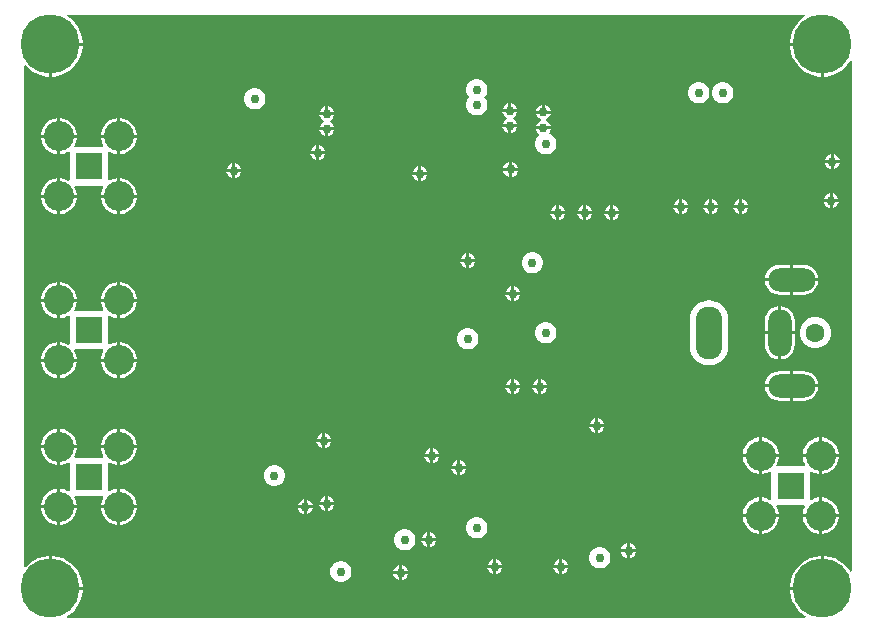
<source format=gbl>
G04*
G04 #@! TF.GenerationSoftware,Altium Limited,Altium Designer,21.9.2 (33)*
G04*
G04 Layer_Physical_Order=4*
G04 Layer_Color=16711680*
%FSLAX25Y25*%
%MOIN*%
G70*
G04*
G04 #@! TF.SameCoordinates,5B497BFC-61BE-4FA5-8299-24AFF7FDC4DC*
G04*
G04*
G04 #@! TF.FilePolarity,Positive*
G04*
G01*
G75*
%ADD55R,0.08858X0.08858*%
%ADD56C,0.10039*%
%ADD57C,0.19685*%
%ADD58O,0.08858X0.17717*%
%ADD59O,0.07874X0.15748*%
%ADD60O,0.15748X0.07874*%
%ADD61C,0.06299*%
%ADD62C,0.03000*%
G36*
X263607Y202514D02*
X263506Y202462D01*
X262126Y201459D01*
X260919Y200252D01*
X259916Y198872D01*
X259141Y197351D01*
X258613Y195728D01*
X258347Y194042D01*
Y193689D01*
X269189D01*
Y193189D01*
X269689D01*
Y182346D01*
X270042D01*
X271728Y182613D01*
X273351Y183141D01*
X274872Y183916D01*
X276252Y184919D01*
X277459Y186126D01*
X278462Y187506D01*
X278514Y187607D01*
X279000Y187491D01*
Y17509D01*
X278514Y17393D01*
X278462Y17494D01*
X277459Y18874D01*
X276252Y20081D01*
X274872Y21084D01*
X273351Y21859D01*
X271728Y22387D01*
X270042Y22654D01*
X269689D01*
Y11811D01*
X269189D01*
Y11311D01*
X258347D01*
Y10958D01*
X258613Y9272D01*
X259141Y7649D01*
X259916Y6128D01*
X260919Y4748D01*
X262126Y3541D01*
X263506Y2538D01*
X263607Y2486D01*
X263491Y2000D01*
X17509D01*
X17393Y2486D01*
X17494Y2538D01*
X18874Y3541D01*
X20081Y4748D01*
X21084Y6128D01*
X21859Y7649D01*
X22387Y9272D01*
X22654Y10958D01*
Y11311D01*
X11811D01*
Y11811D01*
X11311D01*
Y22654D01*
X10958D01*
X9272Y22387D01*
X7649Y21859D01*
X6128Y21084D01*
X4748Y20081D01*
X3541Y18874D01*
X3475Y18785D01*
X3000Y18939D01*
Y186061D01*
X3475Y186215D01*
X3541Y186126D01*
X4748Y184919D01*
X6128Y183916D01*
X7649Y183141D01*
X9272Y182613D01*
X10958Y182346D01*
X11311D01*
Y193189D01*
X11811D01*
Y193689D01*
X22654D01*
Y194042D01*
X22387Y195728D01*
X21859Y197351D01*
X21084Y198872D01*
X20081Y200252D01*
X18874Y201459D01*
X17494Y202462D01*
X17393Y202514D01*
X17509Y203000D01*
X263491D01*
X263607Y202514D01*
D02*
G37*
%LPC*%
G36*
X268689Y192689D02*
X258347D01*
Y192336D01*
X258613Y190650D01*
X259141Y189027D01*
X259916Y187506D01*
X260919Y186126D01*
X262126Y184919D01*
X263506Y183916D01*
X265027Y183141D01*
X266650Y182613D01*
X268336Y182346D01*
X268689D01*
Y192689D01*
D02*
G37*
G36*
X22654D02*
X12311D01*
Y182346D01*
X12664D01*
X14350Y182613D01*
X15973Y183141D01*
X17494Y183916D01*
X18874Y184919D01*
X20081Y186126D01*
X21084Y187506D01*
X21859Y189027D01*
X22387Y190650D01*
X22654Y192336D01*
Y192689D01*
D02*
G37*
G36*
X236461Y180500D02*
X235539D01*
X234649Y180262D01*
X233851Y179801D01*
X233199Y179149D01*
X232738Y178351D01*
X232500Y177461D01*
Y176539D01*
X232738Y175649D01*
X233199Y174851D01*
X233851Y174199D01*
X234649Y173739D01*
X235539Y173500D01*
X236461D01*
X237351Y173739D01*
X238149Y174199D01*
X238801Y174851D01*
X239262Y175649D01*
X239500Y176539D01*
Y177461D01*
X239262Y178351D01*
X238801Y179149D01*
X238149Y179801D01*
X237351Y180262D01*
X236461Y180500D01*
D02*
G37*
G36*
X228461D02*
X227539D01*
X226649Y180262D01*
X225851Y179801D01*
X225199Y179149D01*
X224739Y178351D01*
X224500Y177461D01*
Y176539D01*
X224739Y175649D01*
X225199Y174851D01*
X225851Y174199D01*
X226649Y173739D01*
X227539Y173500D01*
X228461D01*
X229351Y173739D01*
X230149Y174199D01*
X230801Y174851D01*
X231261Y175649D01*
X231500Y176539D01*
Y177461D01*
X231261Y178351D01*
X230801Y179149D01*
X230149Y179801D01*
X229351Y180262D01*
X228461Y180500D01*
D02*
G37*
G36*
X165500Y173499D02*
Y171500D01*
X167499D01*
X167119Y172416D01*
X166416Y173119D01*
X165500Y173499D01*
D02*
G37*
G36*
X164500D02*
X163584Y173119D01*
X162881Y172416D01*
X162501Y171500D01*
X164500D01*
Y173499D01*
D02*
G37*
G36*
X80461Y178500D02*
X79539D01*
X78649Y178261D01*
X77851Y177801D01*
X77199Y177149D01*
X76739Y176351D01*
X76500Y175461D01*
Y174539D01*
X76739Y173649D01*
X77199Y172851D01*
X77851Y172199D01*
X78649Y171739D01*
X79539Y171500D01*
X80461D01*
X81351Y171739D01*
X82149Y172199D01*
X82801Y172851D01*
X83262Y173649D01*
X83500Y174539D01*
Y175461D01*
X83262Y176351D01*
X82801Y177149D01*
X82149Y177801D01*
X81351Y178261D01*
X80461Y178500D01*
D02*
G37*
G36*
X176609Y173088D02*
Y171089D01*
X178608D01*
X178229Y172005D01*
X177525Y172708D01*
X176609Y173088D01*
D02*
G37*
G36*
X175609D02*
X174693Y172708D01*
X173990Y172005D01*
X173610Y171089D01*
X175609D01*
Y173088D01*
D02*
G37*
G36*
X104500Y172499D02*
Y170500D01*
X106499D01*
X106119Y171416D01*
X105416Y172119D01*
X104500Y172499D01*
D02*
G37*
G36*
X103500D02*
X102584Y172119D01*
X101881Y171416D01*
X101501Y170500D01*
X103500D01*
Y172499D01*
D02*
G37*
G36*
X154461Y181500D02*
X153539D01*
X152649Y181262D01*
X151851Y180801D01*
X151199Y180149D01*
X150739Y179351D01*
X150500Y178461D01*
Y177539D01*
X150739Y176649D01*
X151199Y175851D01*
X151550Y175500D01*
X151199Y175149D01*
X150739Y174351D01*
X150500Y173461D01*
Y172539D01*
X150739Y171649D01*
X151199Y170851D01*
X151851Y170199D01*
X152649Y169738D01*
X153539Y169500D01*
X154461D01*
X155351Y169738D01*
X156149Y170199D01*
X156801Y170851D01*
X157262Y171649D01*
X157500Y172539D01*
Y173461D01*
X157262Y174351D01*
X156801Y175149D01*
X156450Y175500D01*
X156801Y175851D01*
X157262Y176649D01*
X157500Y177539D01*
Y178461D01*
X157262Y179351D01*
X156801Y180149D01*
X156149Y180801D01*
X155351Y181262D01*
X154461Y181500D01*
D02*
G37*
G36*
X167499Y170500D02*
X162501D01*
X162881Y169584D01*
X163584Y168881D01*
X163899Y168750D01*
Y168250D01*
X163584Y168119D01*
X162881Y167416D01*
X162501Y166500D01*
X167499D01*
X167119Y167416D01*
X166416Y168119D01*
X166101Y168250D01*
Y168750D01*
X166416Y168881D01*
X167119Y169584D01*
X167499Y170500D01*
D02*
G37*
G36*
X178608Y170089D02*
X173610D01*
X173990Y169173D01*
X174693Y168469D01*
X175332Y168205D01*
Y167664D01*
X174714Y167407D01*
X174010Y166704D01*
X173631Y165788D01*
X178629D01*
X178249Y166704D01*
X177546Y167407D01*
X176907Y167672D01*
Y168213D01*
X177525Y168469D01*
X178229Y169173D01*
X178608Y170089D01*
D02*
G37*
G36*
X106499Y169500D02*
X101501D01*
X101881Y168584D01*
X102584Y167881D01*
X102899Y167750D01*
Y167250D01*
X102584Y167119D01*
X101881Y166416D01*
X101501Y165500D01*
X106499D01*
X106119Y166416D01*
X105416Y167119D01*
X105101Y167250D01*
Y167750D01*
X105416Y167881D01*
X106119Y168584D01*
X106499Y169500D01*
D02*
G37*
G36*
X167499Y165500D02*
X165500D01*
Y163501D01*
X166416Y163881D01*
X167119Y164584D01*
X167499Y165500D01*
D02*
G37*
G36*
X164500D02*
X162501D01*
X162881Y164584D01*
X163584Y163881D01*
X164500Y163501D01*
Y165500D01*
D02*
G37*
G36*
X35271Y168545D02*
X35179D01*
Y163025D01*
X40698D01*
Y163118D01*
X40467Y164281D01*
X40013Y165376D01*
X39354Y166362D01*
X38516Y167201D01*
X37530Y167860D01*
X36435Y168313D01*
X35271Y168545D01*
D02*
G37*
G36*
X34179D02*
X34086D01*
X32923Y168313D01*
X31827Y167860D01*
X30841Y167201D01*
X30003Y166362D01*
X29344Y165376D01*
X28890Y164281D01*
X28659Y163118D01*
Y163025D01*
X34179D01*
Y168545D01*
D02*
G37*
G36*
X15271D02*
X15179D01*
Y163025D01*
X20698D01*
Y163118D01*
X20467Y164281D01*
X20013Y165376D01*
X19354Y166362D01*
X18516Y167201D01*
X17530Y167860D01*
X16434Y168313D01*
X15271Y168545D01*
D02*
G37*
G36*
X14179D02*
X14086D01*
X12923Y168313D01*
X11827Y167860D01*
X10841Y167201D01*
X10003Y166362D01*
X9344Y165376D01*
X8890Y164281D01*
X8659Y163118D01*
Y163025D01*
X14179D01*
Y168545D01*
D02*
G37*
G36*
X106499Y164500D02*
X104500D01*
Y162501D01*
X105416Y162881D01*
X106119Y163584D01*
X106499Y164500D01*
D02*
G37*
G36*
X103500D02*
X101501D01*
X101881Y163584D01*
X102584Y162881D01*
X103500Y162501D01*
Y164500D01*
D02*
G37*
G36*
X34179Y162025D02*
X28659D01*
Y161932D01*
X28890Y160769D01*
X29344Y159674D01*
X29530Y159395D01*
X29294Y158954D01*
X20063D01*
X19827Y159395D01*
X20013Y159674D01*
X20467Y160769D01*
X20698Y161932D01*
Y162025D01*
X15179D01*
Y156505D01*
X15271D01*
X16434Y156737D01*
X17530Y157191D01*
X17808Y157377D01*
X18249Y157141D01*
Y147909D01*
X17808Y147674D01*
X17530Y147860D01*
X16434Y148313D01*
X15271Y148545D01*
X15179D01*
Y143025D01*
X20698D01*
Y143118D01*
X20467Y144281D01*
X20013Y145377D01*
X19827Y145655D01*
X20063Y146096D01*
X29294D01*
X29530Y145655D01*
X29344Y145377D01*
X28890Y144281D01*
X28659Y143118D01*
Y143025D01*
X34179D01*
Y148545D01*
X34086D01*
X32923Y148313D01*
X31827Y147860D01*
X31549Y147674D01*
X31108Y147909D01*
Y157141D01*
X31549Y157377D01*
X31827Y157191D01*
X32923Y156737D01*
X34086Y156505D01*
X34179D01*
Y162025D01*
D02*
G37*
G36*
X101500Y159499D02*
Y157500D01*
X103499D01*
X103119Y158416D01*
X102416Y159119D01*
X101500Y159499D01*
D02*
G37*
G36*
X100500D02*
X99584Y159119D01*
X98881Y158416D01*
X98501Y157500D01*
X100500D01*
Y159499D01*
D02*
G37*
G36*
X40698Y162025D02*
X35179D01*
Y156505D01*
X35271D01*
X36435Y156737D01*
X37530Y157191D01*
X38516Y157849D01*
X39354Y158688D01*
X40013Y159674D01*
X40467Y160769D01*
X40698Y161932D01*
Y162025D01*
D02*
G37*
G36*
X14179D02*
X8659D01*
Y161932D01*
X8890Y160769D01*
X9344Y159674D01*
X10003Y158688D01*
X10841Y157849D01*
X11827Y157191D01*
X12923Y156737D01*
X14086Y156505D01*
X14179D01*
Y162025D01*
D02*
G37*
G36*
X178629Y164788D02*
X173631D01*
X174010Y163872D01*
X174631Y163251D01*
X174710Y163090D01*
X174688Y162638D01*
X174199Y162149D01*
X173739Y161351D01*
X173500Y160461D01*
Y159539D01*
X173739Y158649D01*
X174199Y157851D01*
X174851Y157199D01*
X175649Y156738D01*
X176539Y156500D01*
X177461D01*
X178351Y156738D01*
X179149Y157199D01*
X179801Y157851D01*
X180262Y158649D01*
X180500Y159539D01*
Y160461D01*
X180262Y161351D01*
X179801Y162149D01*
X179149Y162801D01*
X178351Y163261D01*
X178272Y163283D01*
X178143Y163766D01*
X178249Y163872D01*
X178629Y164788D01*
D02*
G37*
G36*
X103499Y156500D02*
X101500D01*
Y154501D01*
X102416Y154881D01*
X103119Y155584D01*
X103499Y156500D01*
D02*
G37*
G36*
X100500D02*
X98501D01*
X98881Y155584D01*
X99584Y154881D01*
X100500Y154501D01*
Y156500D01*
D02*
G37*
G36*
X272939Y156499D02*
Y154500D01*
X274938D01*
X274558Y155416D01*
X273855Y156119D01*
X272939Y156499D01*
D02*
G37*
G36*
X271939D02*
X271023Y156119D01*
X270320Y155416D01*
X269940Y154500D01*
X271939D01*
Y156499D01*
D02*
G37*
G36*
X165807Y153999D02*
Y152000D01*
X167806D01*
X167427Y152916D01*
X166723Y153619D01*
X165807Y153999D01*
D02*
G37*
G36*
X164807D02*
X163891Y153619D01*
X163188Y152916D01*
X162808Y152000D01*
X164807D01*
Y153999D01*
D02*
G37*
G36*
X274938Y153500D02*
X272939D01*
Y151501D01*
X273855Y151881D01*
X274558Y152584D01*
X274938Y153500D01*
D02*
G37*
G36*
X271939D02*
X269940D01*
X270320Y152584D01*
X271023Y151881D01*
X271939Y151501D01*
Y153500D01*
D02*
G37*
G36*
X73500Y153499D02*
Y151500D01*
X75499D01*
X75119Y152416D01*
X74416Y153119D01*
X73500Y153499D01*
D02*
G37*
G36*
X72500D02*
X71584Y153119D01*
X70881Y152416D01*
X70501Y151500D01*
X72500D01*
Y153499D01*
D02*
G37*
G36*
X135500Y152499D02*
Y150500D01*
X137499D01*
X137119Y151416D01*
X136416Y152119D01*
X135500Y152499D01*
D02*
G37*
G36*
X134500D02*
X133584Y152119D01*
X132881Y151416D01*
X132501Y150500D01*
X134500D01*
Y152499D01*
D02*
G37*
G36*
X167806Y151000D02*
X165807D01*
Y149001D01*
X166723Y149381D01*
X167427Y150084D01*
X167806Y151000D01*
D02*
G37*
G36*
X164807D02*
X162808D01*
X163188Y150084D01*
X163891Y149381D01*
X164807Y149001D01*
Y151000D01*
D02*
G37*
G36*
X75499Y150500D02*
X73500D01*
Y148501D01*
X74416Y148881D01*
X75119Y149584D01*
X75499Y150500D01*
D02*
G37*
G36*
X72500D02*
X70501D01*
X70881Y149584D01*
X71584Y148881D01*
X72500Y148501D01*
Y150500D01*
D02*
G37*
G36*
X137499Y149500D02*
X135500D01*
Y147501D01*
X136416Y147881D01*
X137119Y148584D01*
X137499Y149500D01*
D02*
G37*
G36*
X134500D02*
X132501D01*
X132881Y148584D01*
X133584Y147881D01*
X134500Y147501D01*
Y149500D01*
D02*
G37*
G36*
X35271Y148545D02*
X35179D01*
Y143025D01*
X40698D01*
Y143118D01*
X40467Y144281D01*
X40013Y145377D01*
X39354Y146362D01*
X38516Y147201D01*
X37530Y147860D01*
X36435Y148313D01*
X35271Y148545D01*
D02*
G37*
G36*
X14179D02*
X14086D01*
X12923Y148313D01*
X11827Y147860D01*
X10841Y147201D01*
X10003Y146362D01*
X9344Y145377D01*
X8890Y144281D01*
X8659Y143118D01*
Y143025D01*
X14179D01*
Y148545D01*
D02*
G37*
G36*
X272575Y143499D02*
Y141500D01*
X274574D01*
X274194Y142416D01*
X273491Y143119D01*
X272575Y143499D01*
D02*
G37*
G36*
X271575D02*
X270659Y143119D01*
X269955Y142416D01*
X269576Y141500D01*
X271575D01*
Y143499D01*
D02*
G37*
G36*
X242500Y141499D02*
Y139500D01*
X244499D01*
X244119Y140416D01*
X243416Y141119D01*
X242500Y141499D01*
D02*
G37*
G36*
X241500D02*
X240584Y141119D01*
X239881Y140416D01*
X239501Y139500D01*
X241500D01*
Y141499D01*
D02*
G37*
G36*
X232500D02*
Y139500D01*
X234499D01*
X234119Y140416D01*
X233416Y141119D01*
X232500Y141499D01*
D02*
G37*
G36*
X231500D02*
X230584Y141119D01*
X229881Y140416D01*
X229501Y139500D01*
X231500D01*
Y141499D01*
D02*
G37*
G36*
X222500D02*
Y139500D01*
X224499D01*
X224119Y140416D01*
X223416Y141119D01*
X222500Y141499D01*
D02*
G37*
G36*
X221500D02*
X220584Y141119D01*
X219881Y140416D01*
X219501Y139500D01*
X221500D01*
Y141499D01*
D02*
G37*
G36*
X274574Y140500D02*
X272575D01*
Y138501D01*
X273491Y138881D01*
X274194Y139584D01*
X274574Y140500D01*
D02*
G37*
G36*
X271575D02*
X269576D01*
X269955Y139584D01*
X270659Y138881D01*
X271575Y138501D01*
Y140500D01*
D02*
G37*
G36*
X199500Y139499D02*
Y137500D01*
X201499D01*
X201119Y138416D01*
X200416Y139119D01*
X199500Y139499D01*
D02*
G37*
G36*
X198500D02*
X197584Y139119D01*
X196881Y138416D01*
X196501Y137500D01*
X198500D01*
Y139499D01*
D02*
G37*
G36*
X190500D02*
Y137500D01*
X192499D01*
X192119Y138416D01*
X191416Y139119D01*
X190500Y139499D01*
D02*
G37*
G36*
X189500D02*
X188584Y139119D01*
X187881Y138416D01*
X187501Y137500D01*
X189500D01*
Y139499D01*
D02*
G37*
G36*
X181500D02*
Y137500D01*
X183499D01*
X183119Y138416D01*
X182416Y139119D01*
X181500Y139499D01*
D02*
G37*
G36*
X180500D02*
X179584Y139119D01*
X178881Y138416D01*
X178501Y137500D01*
X180500D01*
Y139499D01*
D02*
G37*
G36*
X40698Y142025D02*
X35179D01*
Y136505D01*
X35271D01*
X36435Y136737D01*
X37530Y137190D01*
X38516Y137849D01*
X39354Y138688D01*
X40013Y139674D01*
X40467Y140769D01*
X40698Y141932D01*
Y142025D01*
D02*
G37*
G36*
X34179D02*
X28659D01*
Y141932D01*
X28890Y140769D01*
X29344Y139674D01*
X30003Y138688D01*
X30841Y137849D01*
X31827Y137190D01*
X32923Y136737D01*
X34086Y136505D01*
X34179D01*
Y142025D01*
D02*
G37*
G36*
X20698D02*
X15179D01*
Y136505D01*
X15271D01*
X16434Y136737D01*
X17530Y137190D01*
X18516Y137849D01*
X19354Y138688D01*
X20013Y139674D01*
X20467Y140769D01*
X20698Y141932D01*
Y142025D01*
D02*
G37*
G36*
X14179D02*
X8659D01*
Y141932D01*
X8890Y140769D01*
X9344Y139674D01*
X10003Y138688D01*
X10841Y137849D01*
X11827Y137190D01*
X12923Y136737D01*
X14086Y136505D01*
X14179D01*
Y142025D01*
D02*
G37*
G36*
X244499Y138500D02*
X242500D01*
Y136501D01*
X243416Y136881D01*
X244119Y137584D01*
X244499Y138500D01*
D02*
G37*
G36*
X241500D02*
X239501D01*
X239881Y137584D01*
X240584Y136881D01*
X241500Y136501D01*
Y138500D01*
D02*
G37*
G36*
X234499D02*
X232500D01*
Y136501D01*
X233416Y136881D01*
X234119Y137584D01*
X234499Y138500D01*
D02*
G37*
G36*
X231500D02*
X229501D01*
X229881Y137584D01*
X230584Y136881D01*
X231500Y136501D01*
Y138500D01*
D02*
G37*
G36*
X224499D02*
X222500D01*
Y136501D01*
X223416Y136881D01*
X224119Y137584D01*
X224499Y138500D01*
D02*
G37*
G36*
X221500D02*
X219501D01*
X219881Y137584D01*
X220584Y136881D01*
X221500Y136501D01*
Y138500D01*
D02*
G37*
G36*
X201499Y136500D02*
X199500D01*
Y134501D01*
X200416Y134881D01*
X201119Y135584D01*
X201499Y136500D01*
D02*
G37*
G36*
X198500D02*
X196501D01*
X196881Y135584D01*
X197584Y134881D01*
X198500Y134501D01*
Y136500D01*
D02*
G37*
G36*
X192499D02*
X190500D01*
Y134501D01*
X191416Y134881D01*
X192119Y135584D01*
X192499Y136500D01*
D02*
G37*
G36*
X189500D02*
X187501D01*
X187881Y135584D01*
X188584Y134881D01*
X189500Y134501D01*
Y136500D01*
D02*
G37*
G36*
X183499D02*
X181500D01*
Y134501D01*
X182416Y134881D01*
X183119Y135584D01*
X183499Y136500D01*
D02*
G37*
G36*
X180500D02*
X178501D01*
X178881Y135584D01*
X179584Y134881D01*
X180500Y134501D01*
Y136500D01*
D02*
G37*
G36*
X151500Y123499D02*
Y121500D01*
X153499D01*
X153119Y122416D01*
X152416Y123119D01*
X151500Y123499D01*
D02*
G37*
G36*
X150500D02*
X149584Y123119D01*
X148881Y122416D01*
X148501Y121500D01*
X150500D01*
Y123499D01*
D02*
G37*
G36*
X153499Y120500D02*
X151500D01*
Y118501D01*
X152416Y118881D01*
X153119Y119584D01*
X153499Y120500D01*
D02*
G37*
G36*
X150500D02*
X148501D01*
X148881Y119584D01*
X149584Y118881D01*
X150500Y118501D01*
Y120500D01*
D02*
G37*
G36*
X172957Y123831D02*
X172035D01*
X171145Y123592D01*
X170347Y123131D01*
X169695Y122480D01*
X169235Y121682D01*
X168996Y120791D01*
Y119870D01*
X169235Y118980D01*
X169695Y118182D01*
X170347Y117530D01*
X171145Y117069D01*
X172035Y116831D01*
X172957D01*
X173847Y117069D01*
X174645Y117530D01*
X175297Y118182D01*
X175758Y118980D01*
X175996Y119870D01*
Y120791D01*
X175758Y121682D01*
X175297Y122480D01*
X174645Y123131D01*
X173847Y123592D01*
X172957Y123831D01*
D02*
G37*
G36*
X262874Y119696D02*
X259437D01*
Y115217D01*
X267788D01*
X267684Y116005D01*
X267186Y117206D01*
X266395Y118238D01*
X265364Y119029D01*
X264163Y119527D01*
X262874Y119696D01*
D02*
G37*
G36*
X258437D02*
X255000D01*
X253711Y119527D01*
X252510Y119029D01*
X251479Y118238D01*
X250688Y117206D01*
X250190Y116005D01*
X250086Y115217D01*
X258437D01*
Y119696D01*
D02*
G37*
G36*
X166500Y112499D02*
Y110500D01*
X168499D01*
X168119Y111416D01*
X167416Y112119D01*
X166500Y112499D01*
D02*
G37*
G36*
X165500D02*
X164584Y112119D01*
X163881Y111416D01*
X163501Y110500D01*
X165500D01*
Y112499D01*
D02*
G37*
G36*
X267788Y114216D02*
X259437D01*
Y109737D01*
X262874D01*
X264163Y109907D01*
X265364Y110404D01*
X266395Y111195D01*
X267186Y112227D01*
X267684Y113428D01*
X267788Y114216D01*
D02*
G37*
G36*
X258437D02*
X250086D01*
X250190Y113428D01*
X250688Y112227D01*
X251479Y111195D01*
X252510Y110404D01*
X253711Y109907D01*
X255000Y109737D01*
X258437D01*
Y114216D01*
D02*
G37*
G36*
X35271Y113907D02*
X35179D01*
Y108388D01*
X40698D01*
Y108481D01*
X40467Y109644D01*
X40013Y110739D01*
X39354Y111725D01*
X38516Y112564D01*
X37530Y113222D01*
X36435Y113676D01*
X35271Y113907D01*
D02*
G37*
G36*
X34179D02*
X34086D01*
X32923Y113676D01*
X31827Y113222D01*
X30841Y112564D01*
X30003Y111725D01*
X29344Y110739D01*
X28890Y109644D01*
X28659Y108481D01*
Y108388D01*
X34179D01*
Y113907D01*
D02*
G37*
G36*
X15271D02*
X15179D01*
Y108388D01*
X20698D01*
Y108481D01*
X20467Y109644D01*
X20013Y110739D01*
X19354Y111725D01*
X18516Y112564D01*
X17530Y113222D01*
X16434Y113676D01*
X15271Y113907D01*
D02*
G37*
G36*
X14179D02*
X14086D01*
X12923Y113676D01*
X11827Y113222D01*
X10841Y112564D01*
X10003Y111725D01*
X9344Y110739D01*
X8890Y109644D01*
X8659Y108481D01*
Y108388D01*
X14179D01*
Y113907D01*
D02*
G37*
G36*
X168499Y109500D02*
X166500D01*
Y107501D01*
X167416Y107881D01*
X168119Y108584D01*
X168499Y109500D01*
D02*
G37*
G36*
X165500D02*
X163501D01*
X163881Y108584D01*
X164584Y107881D01*
X165500Y107501D01*
Y109500D01*
D02*
G37*
G36*
X34179Y107388D02*
X28659D01*
Y107295D01*
X28890Y106132D01*
X29344Y105036D01*
X29530Y104758D01*
X29294Y104317D01*
X20063D01*
X19827Y104758D01*
X20013Y105036D01*
X20467Y106132D01*
X20698Y107295D01*
Y107388D01*
X15179D01*
Y101868D01*
X15271D01*
X16434Y102099D01*
X17530Y102553D01*
X17808Y102739D01*
X18249Y102504D01*
Y93272D01*
X17808Y93036D01*
X17530Y93222D01*
X16434Y93676D01*
X15271Y93907D01*
X15179D01*
Y88388D01*
X20698D01*
Y88481D01*
X20467Y89644D01*
X20013Y90739D01*
X19827Y91018D01*
X20063Y91459D01*
X29294D01*
X29530Y91018D01*
X29344Y90739D01*
X28890Y89644D01*
X28659Y88481D01*
Y88388D01*
X34179D01*
Y93907D01*
X34086D01*
X32923Y93676D01*
X31827Y93222D01*
X31549Y93036D01*
X31108Y93272D01*
Y102504D01*
X31549Y102739D01*
X31827Y102553D01*
X32923Y102099D01*
X34086Y101868D01*
X34179D01*
Y107388D01*
D02*
G37*
G36*
X40698D02*
X35179D01*
Y101868D01*
X35271D01*
X36435Y102099D01*
X37530Y102553D01*
X38516Y103212D01*
X39354Y104051D01*
X40013Y105036D01*
X40467Y106132D01*
X40698Y107295D01*
Y107388D01*
D02*
G37*
G36*
X14179D02*
X8659D01*
Y107295D01*
X8890Y106132D01*
X9344Y105036D01*
X10003Y104051D01*
X10841Y103212D01*
X11827Y102553D01*
X12923Y102099D01*
X14086Y101868D01*
X14179D01*
Y107388D01*
D02*
G37*
G36*
X255500Y105851D02*
Y97500D01*
X259980D01*
Y100937D01*
X259810Y102226D01*
X259313Y103427D01*
X258521Y104458D01*
X257490Y105250D01*
X256289Y105747D01*
X255500Y105851D01*
D02*
G37*
G36*
X254500Y105851D02*
X253711Y105747D01*
X252510Y105250D01*
X251479Y104458D01*
X250688Y103427D01*
X250190Y102226D01*
X250020Y100937D01*
Y97500D01*
X254500D01*
Y105851D01*
D02*
G37*
G36*
X177461Y100500D02*
X176539D01*
X175649Y100261D01*
X174851Y99801D01*
X174199Y99149D01*
X173739Y98351D01*
X173500Y97461D01*
Y96539D01*
X173739Y95649D01*
X174199Y94851D01*
X174851Y94199D01*
X175649Y93739D01*
X176539Y93500D01*
X177461D01*
X178351Y93739D01*
X179149Y94199D01*
X179801Y94851D01*
X180262Y95649D01*
X180500Y96539D01*
Y97461D01*
X180262Y98351D01*
X179801Y99149D01*
X179149Y99801D01*
X178351Y100261D01*
X177461Y100500D01*
D02*
G37*
G36*
X267489Y102150D02*
X266133D01*
X264823Y101799D01*
X263649Y101121D01*
X262690Y100162D01*
X262012Y98988D01*
X261661Y97678D01*
Y96322D01*
X262012Y95012D01*
X262690Y93838D01*
X263649Y92879D01*
X264823Y92201D01*
X266133Y91850D01*
X267489D01*
X268799Y92201D01*
X269973Y92879D01*
X270932Y93838D01*
X271610Y95012D01*
X271961Y96322D01*
Y97678D01*
X271610Y98988D01*
X270932Y100162D01*
X269973Y101121D01*
X268799Y101799D01*
X267489Y102150D01*
D02*
G37*
G36*
X151461Y98500D02*
X150539D01*
X149649Y98261D01*
X148851Y97801D01*
X148199Y97149D01*
X147739Y96351D01*
X147500Y95461D01*
Y94539D01*
X147739Y93649D01*
X148199Y92851D01*
X148851Y92199D01*
X149649Y91738D01*
X150539Y91500D01*
X151461D01*
X152351Y91738D01*
X153149Y92199D01*
X153801Y92851D01*
X154262Y93649D01*
X154500Y94539D01*
Y95461D01*
X154262Y96351D01*
X153801Y97149D01*
X153149Y97801D01*
X152351Y98261D01*
X151461Y98500D01*
D02*
G37*
G36*
X35271Y93907D02*
X35179D01*
Y88388D01*
X40698D01*
Y88481D01*
X40467Y89644D01*
X40013Y90739D01*
X39354Y91725D01*
X38516Y92564D01*
X37530Y93222D01*
X36435Y93676D01*
X35271Y93907D01*
D02*
G37*
G36*
X14179D02*
X14086D01*
X12923Y93676D01*
X11827Y93222D01*
X10841Y92564D01*
X10003Y91725D01*
X9344Y90739D01*
X8890Y89644D01*
X8659Y88481D01*
Y88388D01*
X14179D01*
Y93907D01*
D02*
G37*
G36*
X259980Y96500D02*
X255500D01*
Y88149D01*
X256289Y88253D01*
X257490Y88750D01*
X258521Y89542D01*
X259313Y90573D01*
X259810Y91774D01*
X259980Y93063D01*
Y96500D01*
D02*
G37*
G36*
X254500D02*
X250020D01*
Y93063D01*
X250190Y91774D01*
X250688Y90573D01*
X251479Y89542D01*
X252510Y88750D01*
X253711Y88253D01*
X254500Y88149D01*
Y96500D01*
D02*
G37*
G36*
X231378Y107889D02*
X230118Y107765D01*
X228906Y107398D01*
X227789Y106801D01*
X226810Y105997D01*
X226007Y105018D01*
X225410Y103901D01*
X225042Y102690D01*
X224918Y101429D01*
Y92571D01*
X225042Y91311D01*
X225410Y90099D01*
X226007Y88982D01*
X226810Y88003D01*
X227789Y87199D01*
X228906Y86602D01*
X230118Y86235D01*
X231378Y86111D01*
X232638Y86235D01*
X233850Y86602D01*
X234967Y87199D01*
X235946Y88003D01*
X236749Y88982D01*
X237346Y90099D01*
X237714Y91311D01*
X237838Y92571D01*
Y101429D01*
X237714Y102690D01*
X237346Y103901D01*
X236749Y105018D01*
X235946Y105997D01*
X234967Y106801D01*
X233850Y107398D01*
X232638Y107765D01*
X231378Y107889D01*
D02*
G37*
G36*
X40698Y87388D02*
X35179D01*
Y81868D01*
X35271D01*
X36435Y82099D01*
X37530Y82553D01*
X38516Y83212D01*
X39354Y84051D01*
X40013Y85036D01*
X40467Y86132D01*
X40698Y87295D01*
Y87388D01*
D02*
G37*
G36*
X34179D02*
X28659D01*
Y87295D01*
X28890Y86132D01*
X29344Y85036D01*
X30003Y84051D01*
X30841Y83212D01*
X31827Y82553D01*
X32923Y82099D01*
X34086Y81868D01*
X34179D01*
Y87388D01*
D02*
G37*
G36*
X20698D02*
X15179D01*
Y81868D01*
X15271D01*
X16434Y82099D01*
X17530Y82553D01*
X18516Y83212D01*
X19354Y84051D01*
X20013Y85036D01*
X20467Y86132D01*
X20698Y87295D01*
Y87388D01*
D02*
G37*
G36*
X14179D02*
X8659D01*
Y87295D01*
X8890Y86132D01*
X9344Y85036D01*
X10003Y84051D01*
X10841Y83212D01*
X11827Y82553D01*
X12923Y82099D01*
X14086Y81868D01*
X14179D01*
Y87388D01*
D02*
G37*
G36*
X262874Y84263D02*
X259437D01*
Y79783D01*
X267788D01*
X267684Y80572D01*
X267186Y81773D01*
X266395Y82805D01*
X265364Y83596D01*
X264163Y84093D01*
X262874Y84263D01*
D02*
G37*
G36*
X258437D02*
X255000D01*
X253711Y84093D01*
X252510Y83596D01*
X251479Y82805D01*
X250688Y81773D01*
X250190Y80572D01*
X250086Y79783D01*
X258437D01*
Y84263D01*
D02*
G37*
G36*
X175500Y81499D02*
Y79500D01*
X177499D01*
X177119Y80416D01*
X176416Y81119D01*
X175500Y81499D01*
D02*
G37*
G36*
X174500D02*
X173584Y81119D01*
X172881Y80416D01*
X172501Y79500D01*
X174500D01*
Y81499D01*
D02*
G37*
G36*
X166500D02*
Y79500D01*
X168499D01*
X168119Y80416D01*
X167416Y81119D01*
X166500Y81499D01*
D02*
G37*
G36*
X165500D02*
X164584Y81119D01*
X163881Y80416D01*
X163501Y79500D01*
X165500D01*
Y81499D01*
D02*
G37*
G36*
X177499Y78500D02*
X175500D01*
Y76501D01*
X176416Y76881D01*
X177119Y77584D01*
X177499Y78500D01*
D02*
G37*
G36*
X174500D02*
X172501D01*
X172881Y77584D01*
X173584Y76881D01*
X174500Y76501D01*
Y78500D01*
D02*
G37*
G36*
X168499D02*
X166500D01*
Y76501D01*
X167416Y76881D01*
X168119Y77584D01*
X168499Y78500D01*
D02*
G37*
G36*
X165500D02*
X163501D01*
X163881Y77584D01*
X164584Y76881D01*
X165500Y76501D01*
Y78500D01*
D02*
G37*
G36*
X267788Y78784D02*
X259437D01*
Y74304D01*
X262874D01*
X264163Y74474D01*
X265364Y74971D01*
X266395Y75762D01*
X267186Y76794D01*
X267684Y77995D01*
X267788Y78784D01*
D02*
G37*
G36*
X258437D02*
X250086D01*
X250190Y77995D01*
X250688Y76794D01*
X251479Y75762D01*
X252510Y74971D01*
X253711Y74474D01*
X255000Y74304D01*
X258437D01*
Y78784D01*
D02*
G37*
G36*
X194500Y68499D02*
Y66500D01*
X196499D01*
X196119Y67416D01*
X195416Y68119D01*
X194500Y68499D01*
D02*
G37*
G36*
X193500D02*
X192584Y68119D01*
X191881Y67416D01*
X191501Y66500D01*
X193500D01*
Y68499D01*
D02*
G37*
G36*
X196499Y65500D02*
X194500D01*
Y63501D01*
X195416Y63881D01*
X196119Y64584D01*
X196499Y65500D01*
D02*
G37*
G36*
X193500D02*
X191501D01*
X191881Y64584D01*
X192584Y63881D01*
X193500Y63501D01*
Y65500D01*
D02*
G37*
G36*
X103500Y63499D02*
Y61500D01*
X105499D01*
X105119Y62416D01*
X104416Y63119D01*
X103500Y63499D01*
D02*
G37*
G36*
X102500D02*
X101584Y63119D01*
X100881Y62416D01*
X100501Y61500D01*
X102500D01*
Y63499D01*
D02*
G37*
G36*
X35271Y65016D02*
X35179D01*
Y59496D01*
X40698D01*
Y59589D01*
X40467Y60752D01*
X40013Y61847D01*
X39354Y62833D01*
X38516Y63672D01*
X37530Y64331D01*
X36435Y64784D01*
X35271Y65016D01*
D02*
G37*
G36*
X34179D02*
X34086D01*
X32923Y64784D01*
X31827Y64331D01*
X30841Y63672D01*
X30003Y62833D01*
X29344Y61847D01*
X28890Y60752D01*
X28659Y59589D01*
Y59496D01*
X34179D01*
Y65016D01*
D02*
G37*
G36*
X15271D02*
X15179D01*
Y59496D01*
X20698D01*
Y59589D01*
X20467Y60752D01*
X20013Y61847D01*
X19354Y62833D01*
X18516Y63672D01*
X17530Y64331D01*
X16434Y64784D01*
X15271Y65016D01*
D02*
G37*
G36*
X14179D02*
X14086D01*
X12923Y64784D01*
X11827Y64331D01*
X10841Y63672D01*
X10003Y62833D01*
X9344Y61847D01*
X8890Y60752D01*
X8659Y59589D01*
Y59496D01*
X14179D01*
Y65016D01*
D02*
G37*
G36*
X105499Y60500D02*
X103500D01*
Y58501D01*
X104416Y58881D01*
X105119Y59584D01*
X105499Y60500D01*
D02*
G37*
G36*
X102500D02*
X100501D01*
X100881Y59584D01*
X101584Y58881D01*
X102500Y58501D01*
Y60500D01*
D02*
G37*
G36*
X249170Y62122D02*
X249077D01*
Y56602D01*
X254596D01*
Y56695D01*
X254365Y57858D01*
X253911Y58954D01*
X253253Y59940D01*
X252414Y60778D01*
X251428Y61437D01*
X250333Y61891D01*
X249170Y62122D01*
D02*
G37*
G36*
X269170D02*
X269077D01*
Y56602D01*
X274596D01*
Y56695D01*
X274365Y57858D01*
X273911Y58954D01*
X273253Y59940D01*
X272414Y60778D01*
X271428Y61437D01*
X270333Y61891D01*
X269170Y62122D01*
D02*
G37*
G36*
X248077D02*
X247984D01*
X246821Y61891D01*
X245725Y61437D01*
X244739Y60778D01*
X243901Y59940D01*
X243242Y58954D01*
X242788Y57858D01*
X242557Y56695D01*
Y56602D01*
X248077D01*
Y62122D01*
D02*
G37*
G36*
X268077D02*
X267984D01*
X266821Y61891D01*
X265725Y61437D01*
X264739Y60778D01*
X263901Y59940D01*
X263242Y58954D01*
X262788Y57858D01*
X262557Y56695D01*
Y56602D01*
X268077D01*
Y62122D01*
D02*
G37*
G36*
X139500Y58499D02*
Y56500D01*
X141499D01*
X141119Y57416D01*
X140416Y58119D01*
X139500Y58499D01*
D02*
G37*
G36*
X138500D02*
X137584Y58119D01*
X136881Y57416D01*
X136501Y56500D01*
X138500D01*
Y58499D01*
D02*
G37*
G36*
X34179Y58496D02*
X28659D01*
Y58403D01*
X28890Y57240D01*
X29344Y56144D01*
X29530Y55866D01*
X29294Y55425D01*
X20063D01*
X19827Y55866D01*
X20013Y56144D01*
X20467Y57240D01*
X20698Y58403D01*
Y58496D01*
X15179D01*
Y52976D01*
X15271D01*
X16434Y53207D01*
X17530Y53661D01*
X17808Y53847D01*
X18249Y53612D01*
Y44380D01*
X17808Y44144D01*
X17530Y44330D01*
X16434Y44784D01*
X15271Y45016D01*
X15179D01*
Y39496D01*
X20698D01*
Y39589D01*
X20467Y40752D01*
X20013Y41847D01*
X19827Y42126D01*
X20063Y42567D01*
X29294D01*
X29530Y42126D01*
X29344Y41847D01*
X28890Y40752D01*
X28659Y39589D01*
Y39496D01*
X34179D01*
Y45016D01*
X34086D01*
X32923Y44784D01*
X31827Y44330D01*
X31549Y44144D01*
X31108Y44380D01*
Y53612D01*
X31549Y53847D01*
X31827Y53661D01*
X32923Y53207D01*
X34086Y52976D01*
X34179D01*
Y58496D01*
D02*
G37*
G36*
X141499Y55500D02*
X139500D01*
Y53501D01*
X140416Y53881D01*
X141119Y54584D01*
X141499Y55500D01*
D02*
G37*
G36*
X138500D02*
X136501D01*
X136881Y54584D01*
X137584Y53881D01*
X138500Y53501D01*
Y55500D01*
D02*
G37*
G36*
X40698Y58496D02*
X35179D01*
Y52976D01*
X35271D01*
X36435Y53207D01*
X37530Y53661D01*
X38516Y54320D01*
X39354Y55159D01*
X40013Y56144D01*
X40467Y57240D01*
X40698Y58403D01*
Y58496D01*
D02*
G37*
G36*
X14179D02*
X8659D01*
Y58403D01*
X8890Y57240D01*
X9344Y56144D01*
X10003Y55159D01*
X10841Y54320D01*
X11827Y53661D01*
X12923Y53207D01*
X14086Y52976D01*
X14179D01*
Y58496D01*
D02*
G37*
G36*
X148500Y54499D02*
Y52500D01*
X150499D01*
X150119Y53416D01*
X149416Y54119D01*
X148500Y54499D01*
D02*
G37*
G36*
X147500D02*
X146584Y54119D01*
X145881Y53416D01*
X145501Y52500D01*
X147500D01*
Y54499D01*
D02*
G37*
G36*
X274596Y55602D02*
X269077D01*
Y50083D01*
X269170D01*
X270333Y50314D01*
X271428Y50768D01*
X272414Y51427D01*
X273253Y52265D01*
X273911Y53251D01*
X274365Y54347D01*
X274596Y55510D01*
Y55602D01*
D02*
G37*
G36*
X254596D02*
X249077D01*
Y50083D01*
X249170D01*
X250333Y50314D01*
X251428Y50768D01*
X251707Y50954D01*
X252148Y50718D01*
Y41486D01*
X251707Y41251D01*
X251428Y41437D01*
X250333Y41891D01*
X249170Y42122D01*
X249077D01*
Y36602D01*
X254596D01*
Y36695D01*
X254365Y37858D01*
X253911Y38954D01*
X253725Y39232D01*
X253961Y39673D01*
X263193D01*
X263428Y39232D01*
X263242Y38954D01*
X262788Y37858D01*
X262557Y36695D01*
Y36602D01*
X268077D01*
Y42122D01*
X267984D01*
X266821Y41891D01*
X265725Y41437D01*
X265447Y41251D01*
X265006Y41486D01*
Y50718D01*
X265447Y50954D01*
X265725Y50768D01*
X266821Y50314D01*
X267984Y50083D01*
X268077D01*
Y55602D01*
X262557D01*
Y55510D01*
X262788Y54347D01*
X263242Y53251D01*
X263428Y52973D01*
X263193Y52531D01*
X253961D01*
X253725Y52973D01*
X253911Y53251D01*
X254365Y54347D01*
X254596Y55510D01*
Y55602D01*
D02*
G37*
G36*
X248077D02*
X242557D01*
Y55510D01*
X242788Y54347D01*
X243242Y53251D01*
X243901Y52265D01*
X244739Y51427D01*
X245725Y50768D01*
X246821Y50314D01*
X247984Y50083D01*
X248077D01*
Y55602D01*
D02*
G37*
G36*
X150499Y51500D02*
X148500D01*
Y49501D01*
X149416Y49881D01*
X150119Y50584D01*
X150499Y51500D01*
D02*
G37*
G36*
X147500D02*
X145501D01*
X145881Y50584D01*
X146584Y49881D01*
X147500Y49501D01*
Y51500D01*
D02*
G37*
G36*
X86956Y52939D02*
X86034D01*
X85144Y52700D01*
X84346Y52239D01*
X83694Y51588D01*
X83233Y50790D01*
X82995Y49899D01*
Y48978D01*
X83233Y48088D01*
X83694Y47290D01*
X84346Y46638D01*
X85144Y46177D01*
X86034Y45939D01*
X86956D01*
X87846Y46177D01*
X88644Y46638D01*
X89296Y47290D01*
X89756Y48088D01*
X89995Y48978D01*
Y49899D01*
X89756Y50790D01*
X89296Y51588D01*
X88644Y52239D01*
X87846Y52700D01*
X86956Y52939D01*
D02*
G37*
G36*
X104500Y42499D02*
Y40500D01*
X106499D01*
X106119Y41416D01*
X105416Y42119D01*
X104500Y42499D01*
D02*
G37*
G36*
X103500D02*
X102584Y42119D01*
X101881Y41416D01*
X101501Y40500D01*
X103500D01*
Y42499D01*
D02*
G37*
G36*
X35271Y45016D02*
X35179D01*
Y39496D01*
X40698D01*
Y39589D01*
X40467Y40752D01*
X40013Y41847D01*
X39354Y42833D01*
X38516Y43672D01*
X37530Y44330D01*
X36435Y44784D01*
X35271Y45016D01*
D02*
G37*
G36*
X14179D02*
X14086D01*
X12923Y44784D01*
X11827Y44330D01*
X10841Y43672D01*
X10003Y42833D01*
X9344Y41847D01*
X8890Y40752D01*
X8659Y39589D01*
Y39496D01*
X14179D01*
Y45016D01*
D02*
G37*
G36*
X97278Y41454D02*
Y39455D01*
X99277D01*
X98897Y40372D01*
X98194Y41075D01*
X97278Y41454D01*
D02*
G37*
G36*
X96278D02*
X95362Y41075D01*
X94658Y40372D01*
X94279Y39455D01*
X96278D01*
Y41454D01*
D02*
G37*
G36*
X106499Y39500D02*
X104500D01*
Y37501D01*
X105416Y37881D01*
X106119Y38584D01*
X106499Y39500D01*
D02*
G37*
G36*
X103500D02*
X101501D01*
X101881Y38584D01*
X102584Y37881D01*
X103500Y37501D01*
Y39500D01*
D02*
G37*
G36*
X269170Y42122D02*
X269077D01*
Y36602D01*
X274596D01*
Y36695D01*
X274365Y37858D01*
X273911Y38954D01*
X273253Y39940D01*
X272414Y40778D01*
X271428Y41437D01*
X270333Y41891D01*
X269170Y42122D01*
D02*
G37*
G36*
X248077D02*
X247984D01*
X246821Y41891D01*
X245725Y41437D01*
X244739Y40778D01*
X243901Y39940D01*
X243242Y38954D01*
X242788Y37858D01*
X242557Y36695D01*
Y36602D01*
X248077D01*
Y42122D01*
D02*
G37*
G36*
X99277Y38455D02*
X97278D01*
Y36457D01*
X98194Y36836D01*
X98897Y37539D01*
X99277Y38455D01*
D02*
G37*
G36*
X96278D02*
X94279D01*
X94658Y37539D01*
X95362Y36836D01*
X96278Y36457D01*
Y38455D01*
D02*
G37*
G36*
X40698Y38496D02*
X35179D01*
Y32976D01*
X35271D01*
X36435Y33207D01*
X37530Y33661D01*
X38516Y34320D01*
X39354Y35159D01*
X40013Y36145D01*
X40467Y37240D01*
X40698Y38403D01*
Y38496D01*
D02*
G37*
G36*
X34179D02*
X28659D01*
Y38403D01*
X28890Y37240D01*
X29344Y36145D01*
X30003Y35159D01*
X30841Y34320D01*
X31827Y33661D01*
X32923Y33207D01*
X34086Y32976D01*
X34179D01*
Y38496D01*
D02*
G37*
G36*
X20698D02*
X15179D01*
Y32976D01*
X15271D01*
X16434Y33207D01*
X17530Y33661D01*
X18516Y34320D01*
X19354Y35159D01*
X20013Y36145D01*
X20467Y37240D01*
X20698Y38403D01*
Y38496D01*
D02*
G37*
G36*
X14179D02*
X8659D01*
Y38403D01*
X8890Y37240D01*
X9344Y36145D01*
X10003Y35159D01*
X10841Y34320D01*
X11827Y33661D01*
X12923Y33207D01*
X14086Y32976D01*
X14179D01*
Y38496D01*
D02*
G37*
G36*
X274596Y35602D02*
X269077D01*
Y30083D01*
X269170D01*
X270333Y30314D01*
X271428Y30768D01*
X272414Y31427D01*
X273253Y32265D01*
X273911Y33251D01*
X274365Y34347D01*
X274596Y35509D01*
Y35602D01*
D02*
G37*
G36*
X268077D02*
X262557D01*
Y35509D01*
X262788Y34347D01*
X263242Y33251D01*
X263901Y32265D01*
X264739Y31427D01*
X265725Y30768D01*
X266821Y30314D01*
X267984Y30083D01*
X268077D01*
Y35602D01*
D02*
G37*
G36*
X254596D02*
X249077D01*
Y30083D01*
X249170D01*
X250333Y30314D01*
X251428Y30768D01*
X252414Y31427D01*
X253253Y32265D01*
X253911Y33251D01*
X254365Y34347D01*
X254596Y35509D01*
Y35602D01*
D02*
G37*
G36*
X248077D02*
X242557D01*
Y35509D01*
X242788Y34347D01*
X243242Y33251D01*
X243901Y32265D01*
X244739Y31427D01*
X245725Y30768D01*
X246821Y30314D01*
X247984Y30083D01*
X248077D01*
Y35602D01*
D02*
G37*
G36*
X154461Y35500D02*
X153539D01*
X152649Y35261D01*
X151851Y34801D01*
X151199Y34149D01*
X150739Y33351D01*
X150500Y32461D01*
Y31539D01*
X150739Y30649D01*
X151199Y29851D01*
X151851Y29199D01*
X152649Y28738D01*
X153539Y28500D01*
X154461D01*
X155351Y28738D01*
X156149Y29199D01*
X156801Y29851D01*
X157262Y30649D01*
X157500Y31539D01*
Y32461D01*
X157262Y33351D01*
X156801Y34149D01*
X156149Y34801D01*
X155351Y35261D01*
X154461Y35500D01*
D02*
G37*
G36*
X138500Y30499D02*
Y28500D01*
X140499D01*
X140119Y29416D01*
X139416Y30119D01*
X138500Y30499D01*
D02*
G37*
G36*
X137500D02*
X136584Y30119D01*
X135881Y29416D01*
X135501Y28500D01*
X137500D01*
Y30499D01*
D02*
G37*
G36*
X140499Y27500D02*
X138500D01*
Y25501D01*
X139416Y25881D01*
X140119Y26584D01*
X140499Y27500D01*
D02*
G37*
G36*
X137500D02*
X135501D01*
X135881Y26584D01*
X136584Y25881D01*
X137500Y25501D01*
Y27500D01*
D02*
G37*
G36*
X205106Y26893D02*
Y24894D01*
X207105D01*
X206726Y25810D01*
X206022Y26513D01*
X205106Y26893D01*
D02*
G37*
G36*
X204106D02*
X203190Y26513D01*
X202487Y25810D01*
X202107Y24894D01*
X204106D01*
Y26893D01*
D02*
G37*
G36*
X130461Y31500D02*
X129539D01*
X128649Y31262D01*
X127851Y30801D01*
X127199Y30149D01*
X126739Y29351D01*
X126500Y28461D01*
Y27539D01*
X126739Y26649D01*
X127199Y25851D01*
X127851Y25199D01*
X128649Y24738D01*
X129539Y24500D01*
X130461D01*
X131351Y24738D01*
X132149Y25199D01*
X132801Y25851D01*
X133262Y26649D01*
X133500Y27539D01*
Y28461D01*
X133262Y29351D01*
X132801Y30149D01*
X132149Y30801D01*
X131351Y31262D01*
X130461Y31500D01*
D02*
G37*
G36*
X207105Y23894D02*
X205106D01*
Y21895D01*
X206022Y22274D01*
X206726Y22978D01*
X207105Y23894D01*
D02*
G37*
G36*
X204106D02*
X202107D01*
X202487Y22978D01*
X203190Y22274D01*
X204106Y21895D01*
Y23894D01*
D02*
G37*
G36*
X182500Y21499D02*
Y19500D01*
X184499D01*
X184119Y20416D01*
X183416Y21119D01*
X182500Y21499D01*
D02*
G37*
G36*
X181500D02*
X180584Y21119D01*
X179881Y20416D01*
X179501Y19500D01*
X181500D01*
Y21499D01*
D02*
G37*
G36*
X160500D02*
Y19500D01*
X162499D01*
X162119Y20416D01*
X161416Y21119D01*
X160500Y21499D01*
D02*
G37*
G36*
X159500D02*
X158584Y21119D01*
X157881Y20416D01*
X157501Y19500D01*
X159500D01*
Y21499D01*
D02*
G37*
G36*
X195461Y25500D02*
X194539D01*
X193649Y25262D01*
X192851Y24801D01*
X192199Y24149D01*
X191738Y23351D01*
X191500Y22461D01*
Y21539D01*
X191738Y20649D01*
X192199Y19851D01*
X192851Y19199D01*
X193649Y18738D01*
X194539Y18500D01*
X195461D01*
X196351Y18738D01*
X197149Y19199D01*
X197801Y19851D01*
X198261Y20649D01*
X198500Y21539D01*
Y22461D01*
X198261Y23351D01*
X197801Y24149D01*
X197149Y24801D01*
X196351Y25262D01*
X195461Y25500D01*
D02*
G37*
G36*
X129154Y19499D02*
Y17500D01*
X131152D01*
X130773Y18416D01*
X130070Y19119D01*
X129154Y19499D01*
D02*
G37*
G36*
X128154D02*
X127237Y19119D01*
X126534Y18416D01*
X126155Y17500D01*
X128154D01*
Y19499D01*
D02*
G37*
G36*
X184499Y18500D02*
X182500D01*
Y16501D01*
X183416Y16881D01*
X184119Y17584D01*
X184499Y18500D01*
D02*
G37*
G36*
X181500D02*
X179501D01*
X179881Y17584D01*
X180584Y16881D01*
X181500Y16501D01*
Y18500D01*
D02*
G37*
G36*
X162499D02*
X160500D01*
Y16501D01*
X161416Y16881D01*
X162119Y17584D01*
X162499Y18500D01*
D02*
G37*
G36*
X159500D02*
X157501D01*
X157881Y17584D01*
X158584Y16881D01*
X159500Y16501D01*
Y18500D01*
D02*
G37*
G36*
X131152Y16500D02*
X129154D01*
Y14501D01*
X130070Y14881D01*
X130773Y15584D01*
X131152Y16500D01*
D02*
G37*
G36*
X128154D02*
X126155D01*
X126534Y15584D01*
X127237Y14881D01*
X128154Y14501D01*
Y16500D01*
D02*
G37*
G36*
X109144Y20931D02*
X108222D01*
X107332Y20693D01*
X106534Y20232D01*
X105882Y19580D01*
X105422Y18782D01*
X105183Y17892D01*
Y16970D01*
X105422Y16080D01*
X105882Y15282D01*
X106534Y14630D01*
X107332Y14170D01*
X108222Y13931D01*
X109144D01*
X110034Y14170D01*
X110832Y14630D01*
X111484Y15282D01*
X111945Y16080D01*
X112183Y16970D01*
Y17892D01*
X111945Y18782D01*
X111484Y19580D01*
X110832Y20232D01*
X110034Y20693D01*
X109144Y20931D01*
D02*
G37*
G36*
X268689Y22654D02*
X268336D01*
X266650Y22387D01*
X265027Y21859D01*
X263506Y21084D01*
X262126Y20081D01*
X260919Y18874D01*
X259916Y17494D01*
X259141Y15973D01*
X258613Y14350D01*
X258347Y12664D01*
Y12311D01*
X268689D01*
Y22654D01*
D02*
G37*
G36*
X12664D02*
X12311D01*
Y12311D01*
X22654D01*
Y12664D01*
X22387Y14350D01*
X21859Y15973D01*
X21084Y17494D01*
X20081Y18874D01*
X18874Y20081D01*
X17494Y21084D01*
X15973Y21859D01*
X14350Y22387D01*
X12664Y22654D01*
D02*
G37*
%LPD*%
D55*
X24679Y48996D02*
D03*
X258577Y46102D02*
D03*
X24679Y152525D02*
D03*
Y97888D02*
D03*
D56*
X14679Y58996D02*
D03*
Y38996D02*
D03*
X34679D02*
D03*
Y58996D02*
D03*
X268577Y36102D02*
D03*
Y56102D02*
D03*
X248577D02*
D03*
Y36102D02*
D03*
X14679Y162525D02*
D03*
Y142525D02*
D03*
X34679D02*
D03*
Y162525D02*
D03*
Y107888D02*
D03*
Y87888D02*
D03*
X14679D02*
D03*
Y107888D02*
D03*
D57*
X11811Y193189D02*
D03*
Y11811D02*
D03*
X269189Y193189D02*
D03*
Y11811D02*
D03*
D58*
X231378Y97000D02*
D03*
D59*
X255000D02*
D03*
D60*
X258937Y79283D02*
D03*
Y114716D02*
D03*
D61*
X266811Y97000D02*
D03*
D62*
X175000Y79000D02*
D03*
X166000D02*
D03*
X194000Y66000D02*
D03*
X204606Y24394D02*
D03*
X177000Y97000D02*
D03*
X195000Y22000D02*
D03*
X272075Y141000D02*
D03*
X272439Y154000D02*
D03*
X199000Y137000D02*
D03*
X222000Y139000D02*
D03*
X232000D02*
D03*
X139000Y56000D02*
D03*
X135000Y150000D02*
D03*
X190000Y137000D02*
D03*
X181000D02*
D03*
X242000Y139000D02*
D03*
X182000Y19000D02*
D03*
X148000Y52000D02*
D03*
X236000Y177000D02*
D03*
X228000D02*
D03*
X154000Y32000D02*
D03*
X103000Y61000D02*
D03*
X80000Y175000D02*
D03*
X86495Y49439D02*
D03*
X138000Y28000D02*
D03*
X151000Y95000D02*
D03*
X165307Y151500D02*
D03*
X177000Y160000D02*
D03*
X166000Y110000D02*
D03*
X154000Y173000D02*
D03*
X128654Y17000D02*
D03*
X154000Y178000D02*
D03*
X130000Y28000D02*
D03*
X108683Y17431D02*
D03*
X172496Y120331D02*
D03*
X151000Y121000D02*
D03*
X96778Y38955D02*
D03*
X160000Y19000D02*
D03*
X101000Y157000D02*
D03*
X73000Y151000D02*
D03*
X104000Y170000D02*
D03*
Y165000D02*
D03*
X165000Y166000D02*
D03*
Y171000D02*
D03*
X176109Y170589D02*
D03*
X104000Y40000D02*
D03*
X176130Y165288D02*
D03*
M02*

</source>
